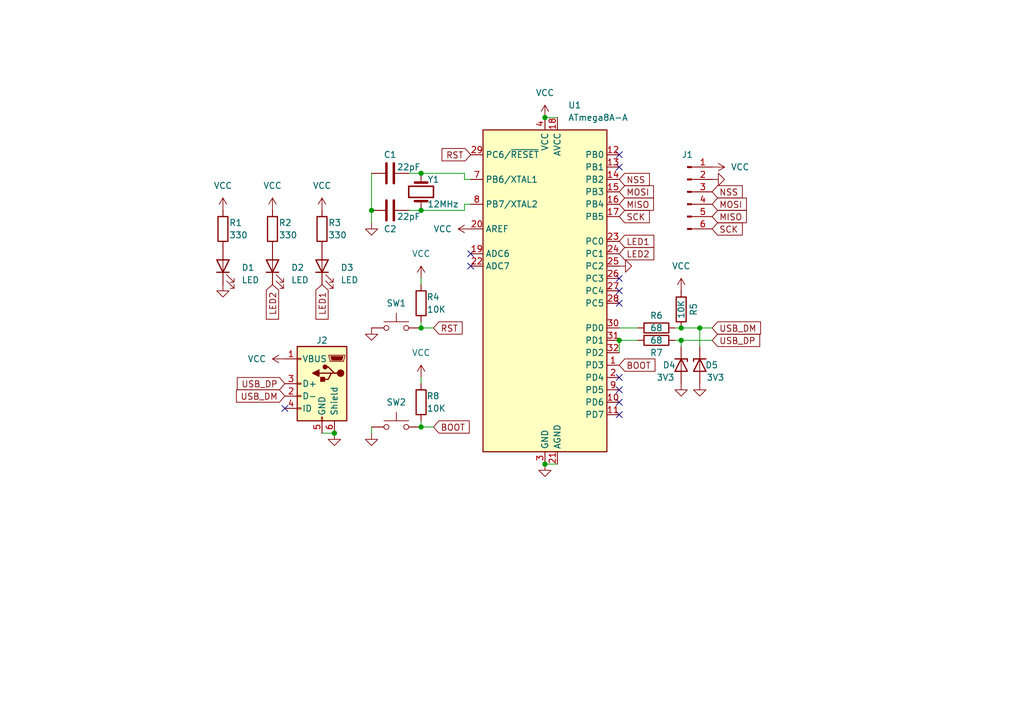
<source format=kicad_sch>
(kicad_sch (version 20230121) (generator eeschema)
  (paper "A5")
  (title_block (title "ATMega8 Minimum System") (date "2023-10-19") (rev "v0"))
  (lib_symbols
    (symbol "Connector:Conn_01x06_Pin" (pin_names (offset 1.016) hide)
      (property "Reference" "J" (at 0 7.62 0))
      (property "Value" "Conn_01x06_Pin" (at 0 -10.16 0))
      (symbol "Conn_01x06_Pin_1_1"
        (polyline (pts (xy 1.27 -7.62) (xy 0.8636 -7.62)) (stroke (width 0.1524)))
        (polyline (pts (xy 1.27 -5.08) (xy 0.8636 -5.08)) (stroke (width 0.1524)))
        (polyline (pts (xy 1.27 -2.54) (xy 0.8636 -2.54)) (stroke (width 0.1524)))
        (polyline (pts (xy 1.27 0) (xy 0.8636 0)) (stroke (width 0.1524)))
        (polyline (pts (xy 1.27 2.54) (xy 0.8636 2.54)) (stroke (width 0.1524)))
        (polyline (pts (xy 1.27 5.08) (xy 0.8636 5.08)) (stroke (width 0.1524)))
        (rectangle (start 0.8636 -7.493) (end 0 -7.747) (stroke (width 0.1524)) (fill (type outline)))
        (rectangle (start 0.8636 -4.953) (end 0 -5.207) (stroke (width 0.1524)) (fill (type outline)))
        (rectangle (start 0.8636 -2.413) (end 0 -2.667) (stroke (width 0.1524)) (fill (type outline)))
        (rectangle (start 0.8636 0.127) (end 0 -0.127) (stroke (width 0.1524)) (fill (type outline)))
        (rectangle (start 0.8636 2.667) (end 0 2.413) (stroke (width 0.1524)) (fill (type outline)))
        (rectangle (start 0.8636 5.207) (end 0 4.953) (stroke (width 0.1524)) (fill (type outline)))
        (pin passive line (at 5.08 5.08 180) (length 3.81) (name "Pin_1") (number "1"))
        (pin passive line (at 5.08 2.54 180) (length 3.81) (name "Pin_2") (number "2"))
        (pin passive line (at 5.08 0 180) (length 3.81) (name "Pin_3") (number "3"))
        (pin passive line (at 5.08 -2.54 180) (length 3.81) (name "Pin_4") (number "4"))
        (pin passive line (at 5.08 -5.08 180) (length 3.81) (name "Pin_5") (number "5"))
        (pin passive line (at 5.08 -7.62 180) (length 3.81) (name "Pin_6") (number "6"))
      )
    )
    (symbol "Connector:USB_B_Mini" (pin_names (offset 1.016))
      (property "Reference" "J" (at -5.08 11.43 0))
      (property "Value" "USB_B_Mini" (at -5.08 8.89 0))
      (symbol "USB_B_Mini_0_1"
        (rectangle (start -5.08 -7.62) (end 5.08 7.62) (stroke (width 0.254)) (fill (type background)))
        (circle (center -3.81 2.159) (radius 0.635) (stroke (width 0.254)) (fill (type outline)))
        (circle (center -0.635 3.429) (radius 0.381) (stroke (width 0.254)) (fill (type outline)))
        (rectangle (start -0.127 -7.62) (end 0.127 -6.858))
        (polyline (pts (xy -1.905 2.159) (xy 0.635 2.159)) (stroke (width 0.254)))
        (polyline (pts (xy -3.175 2.159) (xy -2.54 2.159) (xy -1.27 3.429) (xy -0.635 3.429)) (stroke (width 0.254)))
        (polyline (pts (xy -2.54 2.159) (xy -1.905 2.159) (xy -1.27 0.889) (xy 0 0.889)) (stroke (width 0.254)))
        (polyline (pts (xy 0.635 2.794) (xy 0.635 1.524) (xy 1.905 2.159) (xy 0.635 2.794)) (stroke (width 0.254)) (fill (type outline)))
        (polyline (pts (xy -4.318 5.588) (xy -1.778 5.588) (xy -2.032 4.826) (xy -4.064 4.826) (xy -4.318 5.588)) (fill (type outline)))
        (polyline (pts (xy -4.699 5.842) (xy -4.699 5.588) (xy -4.445 4.826) (xy -4.445 4.572) (xy -1.651 4.572) (xy -1.651 4.826) (xy -1.397 5.588) (xy -1.397 5.842) (xy -4.699 5.842)))
        (rectangle (start 0.254 1.27) (end -0.508 0.508) (stroke (width 0.254)) (fill (type outline)))
        (rectangle (start 5.08 -5.207) (end 4.318 -4.953))
        (rectangle (start 5.08 -2.667) (end 4.318 -2.413))
        (rectangle (start 5.08 -0.127) (end 4.318 0.127))
        (rectangle (start 5.08 4.953) (end 4.318 5.207))
      )
      (symbol "USB_B_Mini_1_1"
        (pin power_out line (at 7.62 5.08 180) (length 2.54) (name "VBUS") (number "1"))
        (pin bidirectional line (at 7.62 -2.54 180) (length 2.54) (name "D-") (number "2"))
        (pin bidirectional line (at 7.62 0 180) (length 2.54) (name "D+") (number "3"))
        (pin passive line (at 7.62 -5.08 180) (length 2.54) (name "ID") (number "4"))
        (pin power_out line (at 0 -10.16 90) (length 2.54) (name "GND") (number "5"))
        (pin passive line (at -2.54 -10.16 90) (length 2.54) (name "Shield") (number "6"))
      )
    )
    (symbol "Device:C" (pin_numbers hide) (pin_names (offset 0.254))
      (property "Reference" "C" (at 0.635 2.54 0))
      (property "Value" "C" (at 0.635 -2.54 0))
      (symbol "C_0_1"
        (polyline (pts (xy -2.032 -0.762) (xy 2.032 -0.762)) (stroke (width 0.508)))
        (polyline (pts (xy -2.032 0.762) (xy 2.032 0.762)) (stroke (width 0.508)))
      )
      (symbol "C_1_1"
        (pin passive line (at 0 3.81 270) (length 2.794) (name "~") (number "1"))
        (pin passive line (at 0 -3.81 90) (length 2.794) (name "~") (number "2"))
      )
    )
    (symbol "Device:Crystal" (pin_numbers hide) (pin_names (offset 1.016) hide)
      (property "Reference" "Y" (at 0 3.81 0))
      (property "Value" "Crystal" (at 0 -3.81 0))
      (symbol "Crystal_0_1"
        (rectangle (start -1.143 2.54) (end 1.143 -2.54) (stroke (width 0.3048)))
        (polyline (pts (xy -2.54 0) (xy -1.905 0)))
        (polyline (pts (xy -1.905 -1.27) (xy -1.905 1.27)) (stroke (width 0.508)))
        (polyline (pts (xy 1.905 -1.27) (xy 1.905 1.27)) (stroke (width 0.508)))
        (polyline (pts (xy 2.54 0) (xy 1.905 0)))
      )
      (symbol "Crystal_1_1"
        (pin passive line (at -3.81 0 0) (length 1.27) (name "1") (number "1"))
        (pin passive line (at 3.81 0 180) (length 1.27) (name "2") (number "2"))
      )
    )
    (symbol "Device:D_Zener" (pin_numbers hide) (pin_names (offset 1.016) hide)
      (property "Reference" "D" (at 0 2.54 0))
      (property "Value" "D_Zener" (at 0 -2.54 0))
      (symbol "D_Zener_0_1"
        (polyline (pts (xy 1.27 0) (xy -1.27 0)))
        (polyline (pts (xy -1.27 -1.27) (xy -1.27 1.27) (xy -0.762 1.27)) (stroke (width 0.254)))
        (polyline (pts (xy 1.27 -1.27) (xy 1.27 1.27) (xy -1.27 0) (xy 1.27 -1.27)) (stroke (width 0.254)))
      )
      (symbol "D_Zener_1_1"
        (pin passive line (at -3.81 0 0) (length 2.54) (name "K") (number "1"))
        (pin passive line (at 3.81 0 180) (length 2.54) (name "A") (number "2"))
      )
    )
    (symbol "Device:LED" (pin_numbers hide) (pin_names (offset 1.016) hide)
      (property "Reference" "D" (at 0 2.54 0))
      (property "Value" "LED" (at 0 -2.54 0))
      (symbol "LED_0_1"
        (polyline (pts (xy -1.27 -1.27) (xy -1.27 1.27)) (stroke (width 0.254)))
        (polyline (pts (xy -1.27 0) (xy 1.27 0)))
        (polyline (pts (xy 1.27 -1.27) (xy 1.27 1.27) (xy -1.27 0) (xy 1.27 -1.27)) (stroke (width 0.254)))
        (polyline (pts (xy -3.048 -0.762) (xy -4.572 -2.286) (xy -3.81 -2.286) (xy -4.572 -2.286) (xy -4.572 -1.524)))
        (polyline (pts (xy -1.778 -0.762) (xy -3.302 -2.286) (xy -2.54 -2.286) (xy -3.302 -2.286) (xy -3.302 -1.524)))
      )
      (symbol "LED_1_1"
        (pin passive line (at -3.81 0 0) (length 2.54) (name "K") (number "1"))
        (pin passive line (at 3.81 0 180) (length 2.54) (name "A") (number "2"))
      )
    )
    (symbol "Device:R" (pin_numbers hide) (pin_names (offset 0))
      (property "Reference" "R" (at 2.032 0 90))
      (property "Value" "R" (at 0 0 90))
      (symbol "R_0_1"
        (rectangle (start -1.016 -2.54) (end 1.016 2.54) (stroke (width 0.254)))
      )
      (symbol "R_1_1"
        (pin passive line (at 0 3.81 270) (length 1.27) (name "~") (number "1"))
        (pin passive line (at 0 -3.81 90) (length 1.27) (name "~") (number "2"))
      )
    )
    (symbol "MCU_Microchip_ATmega:ATmega8A-A"
      (property "Reference" "U" (at -12.7 34.29 0))
      (property "Value" "ATmega8A-A" (at 5.08 -34.29 0))
      (symbol "ATmega8A-A_0_1"
        (rectangle (start -12.7 -33.02) (end 12.7 33.02) (stroke (width 0.254)) (fill (type background)))
      )
      (symbol "ATmega8A-A_1_1"
        (pin bidirectional line (at 15.24 -15.24 180) (length 2.54) (name "PD3") (number "1"))
        (pin bidirectional line (at 15.24 -22.86 180) (length 2.54) (name "PD6") (number "10"))
        (pin bidirectional line (at 15.24 -25.4 180) (length 2.54) (name "PD7") (number "11"))
        (pin bidirectional line (at 15.24 27.94 180) (length 2.54) (name "PB0") (number "12"))
        (pin bidirectional line (at 15.24 25.4 180) (length 2.54) (name "PB1") (number "13"))
        (pin bidirectional line (at 15.24 22.86 180) (length 2.54) (name "PB2") (number "14"))
        (pin bidirectional line (at 15.24 20.32 180) (length 2.54) (name "PB3") (number "15"))
        (pin bidirectional line (at 15.24 17.78 180) (length 2.54) (name "PB4") (number "16"))
        (pin bidirectional line (at 15.24 15.24 180) (length 2.54) (name "PB5") (number "17"))
        (pin power_in line (at 2.54 35.56 270) (length 2.54) (name "AVCC") (number "18"))
        (pin input line (at -15.24 7.62 0) (length 2.54) (name "ADC6") (number "19"))
        (pin bidirectional line (at 15.24 -17.78 180) (length 2.54) (name "PD4") (number "2"))
        (pin passive line (at -15.24 12.7 0) (length 2.54) (name "AREF") (number "20"))
        (pin power_in line (at 2.54 -35.56 90) (length 2.54) (name "AGND") (number "21"))
        (pin input line (at -15.24 5.08 0) (length 2.54) (name "ADC7") (number "22"))
        (pin bidirectional line (at 15.24 10.16 180) (length 2.54) (name "PC0") (number "23"))
        (pin bidirectional line (at 15.24 7.62 180) (length 2.54) (name "PC1") (number "24"))
        (pin bidirectional line (at 15.24 5.08 180) (length 2.54) (name "PC2") (number "25"))
        (pin bidirectional line (at 15.24 2.54 180) (length 2.54) (name "PC3") (number "26"))
        (pin bidirectional line (at 15.24 0 180) (length 2.54) (name "PC4") (number "27"))
        (pin bidirectional line (at 15.24 -2.54 180) (length 2.54) (name "PC5") (number "28"))
        (pin bidirectional line (at -15.24 27.94 0) (length 2.54) (name "PC6/~{RESET}") (number "29"))
        (pin power_in line (at 0 -35.56 90) (length 2.54) (name "GND") (number "3"))
        (pin bidirectional line (at 15.24 -7.62 180) (length 2.54) (name "PD0") (number "30"))
        (pin bidirectional line (at 15.24 -10.16 180) (length 2.54) (name "PD1") (number "31"))
        (pin bidirectional line (at 15.24 -12.7 180) (length 2.54) (name "PD2") (number "32"))
        (pin power_in line (at 0 35.56 270) (length 2.54) (name "VCC") (number "4"))
        (pin passive line (at 0 -35.56 90) (length 2.54) hide (name "GND") (number "5"))
        (pin passive line (at 0 35.56 270) (length 2.54) hide (name "VCC") (number "6"))
        (pin bidirectional line (at -15.24 22.86 0) (length 2.54) (name "PB6/XTAL1") (number "7"))
        (pin bidirectional line (at -15.24 17.78 0) (length 2.54) (name "PB7/XTAL2") (number "8"))
        (pin bidirectional line (at 15.24 -20.32 180) (length 2.54) (name "PD5") (number "9"))
      )
    )
    (symbol "Switch:SW_Push" (pin_numbers hide) (pin_names (offset 1.016) hide)
      (property "Reference" "SW" (at 1.27 2.54 0))
      (property "Value" "SW_Push" (at 0 -1.524 0))
      (symbol "SW_Push_0_1"
        (circle (center -2.032 0) (radius 0.508))
        (polyline (pts (xy 0 1.27) (xy 0 3.048)))
        (polyline (pts (xy 2.54 1.27) (xy -2.54 1.27)))
        (circle (center 2.032 0) (radius 0.508))
        (pin passive line (at -5.08 0 0) (length 2.54) (name "1") (number "1"))
        (pin passive line (at 5.08 0 180) (length 2.54) (name "2") (number "2"))
      )
    )
    (symbol "power:GND" (power) (pin_names (offset 0))
      (property "Value" "GND" (at 0 -3.81 0))
      (symbol "GND_0_1"
        (polyline (pts (xy 0 0) (xy 0 -1.27) (xy 1.27 -1.27) (xy 0 -2.54) (xy -1.27 -1.27) (xy 0 -1.27)))
      )
      (symbol "GND_1_1"
        (pin power_in line (at 0 0 270) (length 0) hide (name "GND") (number "1"))
      )
    )
    (symbol "power:VCC" (power) (pin_names (offset 0))
      (property "Value" "VCC" (at 0 3.81 0))
      (symbol "VCC_0_1"
        (polyline (pts (xy -0.762 1.27) (xy 0 2.54)))
        (polyline (pts (xy 0 0) (xy 0 2.54)))
        (polyline (pts (xy 0 2.54) (xy 0.762 1.27)))
      )
      (symbol "VCC_1_1"
        (pin power_in line (at 0 0 90) (length 0) hide (name "VCC") (number "1"))
      )
    )
  )
  (junction (at 76.2 43.18))
  (junction (at 111.76 95.25))
  (junction (at 127 69.85))
  (junction (at 143.51 67.31))
  (junction (at 111.76 24.13))
  (junction (at 86.36 87.63))
  (junction (at 139.7 67.31))
  (junction (at 68.58 88.9))
  (junction (at 86.36 43.18))
  (junction (at 86.36 67.31))
  (junction (at 86.36 35.56))
  (junction (at 139.7 69.85))
  (no_connect (at 127 77.47))
  (no_connect (at 127 57.15))
  (no_connect (at 127 85.09))
  (no_connect (at 127 80.01))
  (no_connect (at 58.42 83.82))
  (no_connect (at 127 82.55))
  (no_connect (at 96.52 52.07))
  (no_connect (at 96.52 54.61))
  (no_connect (at 127 31.75))
  (no_connect (at 127 59.69))
  (no_connect (at 127 62.23))
  (no_connect (at 127 34.29))
  (wire (pts (xy 83.82 35.56) (xy 86.36 35.56)))
  (wire (pts (xy 86.36 77.47) (xy 86.36 78.74)))
  (wire (pts (xy 66.04 88.9) (xy 68.58 88.9)))
  (wire (pts (xy 96.52 36.83) (xy 95.25 36.83)))
  (wire (pts (xy 76.2 88.9) (xy 76.2 87.63)))
  (wire (pts (xy 111.76 95.25) (xy 114.3 95.25)))
  (wire (pts (xy 76.2 35.56) (xy 76.2 43.18)))
  (wire (pts (xy 86.36 57.15) (xy 86.36 58.42)))
  (wire (pts (xy 139.7 69.85) (xy 139.7 71.12)))
  (wire (pts (xy 127 67.31) (xy 130.81 67.31)))
  (wire (pts (xy 138.43 69.85) (xy 139.7 69.85)))
  (wire (pts (xy 86.36 35.56) (xy 95.25 35.56)))
  (wire (pts (xy 139.7 69.85) (xy 146.05 69.85)))
  (wire (pts (xy 138.43 67.31) (xy 139.7 67.31)))
  (wire (pts (xy 86.36 67.31) (xy 88.9 67.31)))
  (wire (pts (xy 83.82 43.18) (xy 86.36 43.18)))
  (wire (pts (xy 76.2 43.18) (xy 76.2 45.72)))
  (wire (pts (xy 86.36 66.04) (xy 86.36 67.31)))
  (wire (pts (xy 127 69.85) (xy 127 72.39)))
  (wire (pts (xy 139.7 67.31) (xy 143.51 67.31)))
  (wire (pts (xy 95.25 43.18) (xy 86.36 43.18)))
  (wire (pts (xy 86.36 87.63) (xy 88.9 87.63)))
  (wire (pts (xy 95.25 36.83) (xy 95.25 35.56)))
  (wire (pts (xy 111.76 24.13) (xy 114.3 24.13)))
  (wire (pts (xy 96.52 41.91) (xy 95.25 41.91)))
  (wire (pts (xy 95.25 41.91) (xy 95.25 43.18)))
  (wire (pts (xy 86.36 86.36) (xy 86.36 87.63)))
  (wire (pts (xy 143.51 67.31) (xy 143.51 71.12)))
  (wire (pts (xy 143.51 67.31) (xy 146.05 67.31)))
  (wire (pts (xy 127 69.85) (xy 130.81 69.85)))
  (global_label "USB_DM" (shape input) (at 146.05 67.31 0) (property "Intersheetrefs" "${INTERSHEET_REFS}" (effects hide)))
  (global_label "NSS" (shape input) (at 127 36.83 0) (property "Intersheetrefs" "${INTERSHEET_REFS}" (effects hide)))
  (global_label "MISO" (shape input) (at 146.05 44.45 0) (property "Intersheetrefs" "${INTERSHEET_REFS}" (effects hide)))
  (global_label "LED2" (shape input) (at 127 52.07 0) (property "Intersheetrefs" "${INTERSHEET_REFS}" (effects hide)))
  (global_label "USB_DP" (shape input) (at 58.42 78.74 180) (property "Intersheetrefs" "${INTERSHEET_REFS}" (effects hide)))
  (global_label "USB_DM" (shape input) (at 58.42 81.28 180) (property "Intersheetrefs" "${INTERSHEET_REFS}" (effects hide)))
  (global_label "MOSI" (shape input) (at 146.05 41.91 0) (property "Intersheetrefs" "${INTERSHEET_REFS}" (effects hide)))
  (global_label "BOOT" (shape input) (at 88.9 87.63 0) (property "Intersheetrefs" "${INTERSHEET_REFS}" (effects hide)))
  (global_label "SCK" (shape input) (at 146.05 46.99 0) (property "Intersheetrefs" "${INTERSHEET_REFS}" (effects hide)))
  (global_label "LED2" (shape input) (at 55.88 58.42 270) (property "Intersheetrefs" "${INTERSHEET_REFS}" (effects hide)))
  (global_label "USB_DP" (shape input) (at 146.05 69.85 0) (property "Intersheetrefs" "${INTERSHEET_REFS}" (effects hide)))
  (global_label "MOSI" (shape input) (at 127 39.37 0) (property "Intersheetrefs" "${INTERSHEET_REFS}" (effects hide)))
  (global_label "LED1" (shape input) (at 127 49.53 0) (property "Intersheetrefs" "${INTERSHEET_REFS}" (effects hide)))
  (global_label "NSS" (shape input) (at 146.05 39.37 0) (property "Intersheetrefs" "${INTERSHEET_REFS}" (effects hide)))
  (global_label "BOOT" (shape input) (at 127 74.93 0) (property "Intersheetrefs" "${INTERSHEET_REFS}" (effects hide)))
  (global_label "RST" (shape input) (at 88.9 67.31 0) (property "Intersheetrefs" "${INTERSHEET_REFS}" (effects hide)))
  (global_label "LED1" (shape input) (at 66.04 58.42 270) (property "Intersheetrefs" "${INTERSHEET_REFS}" (effects hide)))
  (global_label "RST" (shape input) (at 96.52 31.75 180) (property "Intersheetrefs" "${INTERSHEET_REFS}" (effects hide)))
  (global_label "MISO" (shape input) (at 127 41.91 0) (property "Intersheetrefs" "${INTERSHEET_REFS}" (effects hide)))
  (global_label "SCK" (shape input) (at 127 44.45 0) (property "Intersheetrefs" "${INTERSHEET_REFS}" (effects hide)))
  (symbol (lib_id "Device:R") (at 134.62 69.85 90) (unit 1)
    (property "Reference" "R7" (at 134.62 72.39 90))
    (property "Value" "68" (at 134.62 69.85 90))
  )
  (symbol (lib_id "Switch:SW_Push") (at 81.28 67.31 0) (unit 1)
    (property "Reference" "SW1" (at 81.28 62.23 0))
    (property "Value" "SW_Push" (effects hide))
  )
  (symbol (lib_id "Device:LED") (at 45.72 54.61 90) (unit 1)
    (property "Reference" "D1" (at 49.53 54.9275 90) (effects (justify right)))
    (property "Value" "LED" (at 49.53 57.4675 90) (effects (justify right)))
  )
  (symbol (lib_id "Connector:Conn_01x06_Pin") (at 140.97 39.37 0) (unit 1)
    (property "Reference" "J1" (at 140.97 31.75 0))
    (property "Value" "Conn_01x06_Pin" (effects hide))
  )
  (symbol (lib_id "Device:R") (at 134.62 67.31 90) (unit 1)
    (property "Reference" "R6" (at 134.62 64.77 90))
    (property "Value" "68" (at 134.62 67.31 90))
  )
  (symbol (lib_id "Device:LED") (at 55.88 54.61 90) (unit 1)
    (property "Reference" "D2" (at 59.69 54.9275 90) (effects (justify right)))
    (property "Value" "LED" (at 59.69 57.4675 90) (effects (justify right)))
  )
  (symbol (lib_id "power:GND") (at 45.72 58.42 0) (unit 1)
    (property "Reference" "#PWR011" (effects hide))
    (property "Value" "GND" (effects hide))
  )
  (symbol (lib_id "power:GND") (at 68.58 88.9 0) (unit 1)
    (property "Reference" "#PWR018" (effects hide))
    (property "Value" "GND" (effects hide))
  )
  (symbol (lib_id "power:GND") (at 143.51 78.74 0) (unit 1)
    (property "Reference" "#PWR017" (effects hide))
    (property "Value" "GND" (effects hide))
  )
  (symbol (lib_id "Connector:USB_B_Mini") (at 66.04 78.74 0) (mirror y) (unit 1)
    (property "Reference" "J2" (at 66.04 69.85 0))
    (property "Value" "USB_B_Mini" (effects hide))
  )
  (symbol (lib_id "Device:R") (at 86.36 82.55 0) (mirror y) (unit 1)
    (property "Reference" "R8" (at 90.17 81.28 0) (effects (justify left)))
    (property "Value" "10K" (at 91.44 83.82 0) (effects (justify left)))
  )
  (symbol (lib_id "power:GND") (at 146.05 36.83 90) (unit 1)
    (property "Reference" "#PWR03" (effects hide))
    (property "Value" "GND" (effects hide))
  )
  (symbol (lib_id "Device:R") (at 45.72 46.99 0) (unit 1)
    (property "Reference" "R1" (at 46.99 45.72 0) (effects (justify left)))
    (property "Value" "330" (at 46.99 48.26 0) (effects (justify left)))
  )
  (symbol (lib_id "power:VCC") (at 139.7 59.69 0) (unit 1)
    (property "Reference" "#PWR012" (effects hide))
    (property "Value" "VCC" (at 139.7 54.61 0))
  )
  (symbol (lib_id "power:VCC") (at 58.42 73.66 90) (unit 1)
    (property "Reference" "#PWR014" (effects hide))
    (property "Value" "VCC" (at 54.61 73.66 90) (effects (justify left)))
  )
  (symbol (lib_id "power:VCC") (at 66.04 43.18 0) (unit 1)
    (property "Reference" "#PWR06" (effects hide))
    (property "Value" "VCC" (at 66.04 38.1 0))
  )
  (symbol (lib_id "Device:Crystal") (at 86.36 39.37 90) (unit 1)
    (property "Reference" "Y1" (at 87.63 36.83 90) (effects (justify right)))
    (property "Value" "12MHz" (at 87.63 41.91 90) (effects (justify right)))
  )
  (symbol (lib_id "power:GND") (at 76.2 88.9 0) (unit 1)
    (property "Reference" "#PWR019" (effects hide))
    (property "Value" "GND" (effects hide))
  )
  (symbol (lib_id "Device:D_Zener") (at 139.7 74.93 270) (unit 1)
    (property "Reference" "D4" (at 135.89 74.93 90) (effects (justify left)))
    (property "Value" "3V3" (at 134.62 77.47 90) (effects (justify left)))
  )
  (symbol (lib_id "power:VCC") (at 86.36 77.47 0) (unit 1)
    (property "Reference" "#PWR015" (effects hide))
    (property "Value" "VCC" (at 86.36 72.39 0))
  )
  (symbol (lib_id "power:VCC") (at 96.52 46.99 90) (unit 1)
    (property "Reference" "#PWR08" (effects hide))
    (property "Value" "VCC" (at 92.71 46.99 90) (effects (justify left)))
  )
  (symbol (lib_id "MCU_Microchip_ATmega:ATmega8A-A") (at 111.76 59.69 0) (unit 1)
    (property "Reference" "U1" (at 116.4941 21.59 0) (effects (justify left)))
    (property "Value" "ATmega8A-A" (at 116.4941 24.13 0) (effects (justify left)))
    (property "Footprint" "Package_QFP:TQFP-32_7x7mm_P0.8mm" (effects hide))
    (property "Datasheet" "http://ww1.microchip.com/downloads/en/DeviceDoc/Microchip%208bit%20mcu%20AVR%20ATmega8A%20data%20sheet%2040001974A.pdf" (effects hide))
  )
  (symbol (lib_id "Device:R") (at 66.04 46.99 0) (unit 1)
    (property "Reference" "R3" (at 67.31 45.72 0) (effects (justify left)))
    (property "Value" "330" (at 67.31 48.26 0) (effects (justify left)))
  )
  (symbol (lib_id "Switch:SW_Push") (at 81.28 87.63 0) (unit 1)
    (property "Reference" "SW2" (at 81.28 82.55 0))
    (property "Value" "SW_Push" (effects hide))
  )
  (symbol (lib_id "Device:C") (at 80.01 35.56 90) (unit 1)
    (property "Reference" "C1" (at 80.01 31.75 90))
    (property "Value" "22pF" (at 83.82 34.29 90))
  )
  (symbol (lib_id "Device:LED") (at 66.04 54.61 90) (unit 1)
    (property "Reference" "D3" (at 69.85 54.9275 90) (effects (justify right)))
    (property "Value" "LED" (at 69.85 57.4675 90) (effects (justify right)))
  )
  (symbol (lib_id "Device:R") (at 86.36 62.23 0) (mirror y) (unit 1)
    (property "Reference" "R4" (at 90.17 60.96 0) (effects (justify left)))
    (property "Value" "10K" (at 91.44 63.5 0) (effects (justify left)))
  )
  (symbol (lib_id "Device:R") (at 139.7 63.5 0) (mirror x) (unit 1)
    (property "Reference" "R5" (at 142.24 63.5 90))
    (property "Value" "10K" (at 139.7 63.5 90))
  )
  (symbol (lib_id "power:VCC") (at 111.76 24.13 0) (unit 1)
    (property "Reference" "#PWR01" (effects hide))
    (property "Value" "VCC" (at 111.76 19.05 0))
  )
  (symbol (lib_id "power:VCC") (at 86.36 57.15 0) (unit 1)
    (property "Reference" "#PWR010" (effects hide))
    (property "Value" "VCC" (at 86.36 52.07 0))
  )
  (symbol (lib_id "power:GND") (at 76.2 45.72 0) (unit 1)
    (property "Reference" "#PWR07" (effects hide))
    (property "Value" "GND" (effects hide))
  )
  (symbol (lib_id "power:VCC") (at 45.72 43.18 0) (mirror y) (unit 1)
    (property "Reference" "#PWR04" (effects hide))
    (property "Value" "VCC" (at 45.72 38.1 0))
  )
  (symbol (lib_id "power:VCC") (at 146.05 34.29 270) (unit 1)
    (property "Reference" "#PWR02" (effects hide))
    (property "Value" "VCC" (at 149.86 34.29 90) (effects (justify left)))
  )
  (symbol (lib_id "power:GND") (at 76.2 67.31 0) (unit 1)
    (property "Reference" "#PWR013" (effects hide))
    (property "Value" "GND" (effects hide))
  )
  (symbol (lib_id "power:GND") (at 127 54.61 90) (unit 1)
    (property "Reference" "#PWR09" (effects hide))
    (property "Value" "GND" (effects hide))
  )
  (symbol (lib_id "Device:C") (at 80.01 43.18 90) (mirror x) (unit 1)
    (property "Reference" "C2" (at 80.01 46.99 90))
    (property "Value" "22pF" (at 83.82 44.45 90))
  )
  (symbol (lib_id "power:GND") (at 139.7 78.74 0) (unit 1)
    (property "Reference" "#PWR016" (effects hide))
    (property "Value" "GND" (effects hide))
  )
  (symbol (lib_id "Device:D_Zener") (at 143.51 74.93 90) (mirror x) (unit 1)
    (property "Reference" "D5" (at 147.32 74.93 90) (effects (justify left)))
    (property "Value" "3V3" (at 148.59 77.47 90) (effects (justify left)))
  )
  (symbol (lib_id "power:VCC") (at 55.88 43.18 0) (mirror y) (unit 1)
    (property "Reference" "#PWR05" (effects hide))
    (property "Value" "VCC" (at 55.88 38.1 0))
  )
  (symbol (lib_id "power:GND") (at 111.76 95.25 0) (unit 1)
    (property "Reference" "#PWR020" (effects hide))
    (property "Value" "GND" (effects hide))
  )
  (symbol (lib_id "Device:R") (at 55.88 46.99 0) (unit 1)
    (property "Reference" "R2" (at 57.15 45.72 0) (effects (justify left)))
    (property "Value" "330" (at 57.15 48.26 0) (effects (justify left)))
  )
)
</source>
